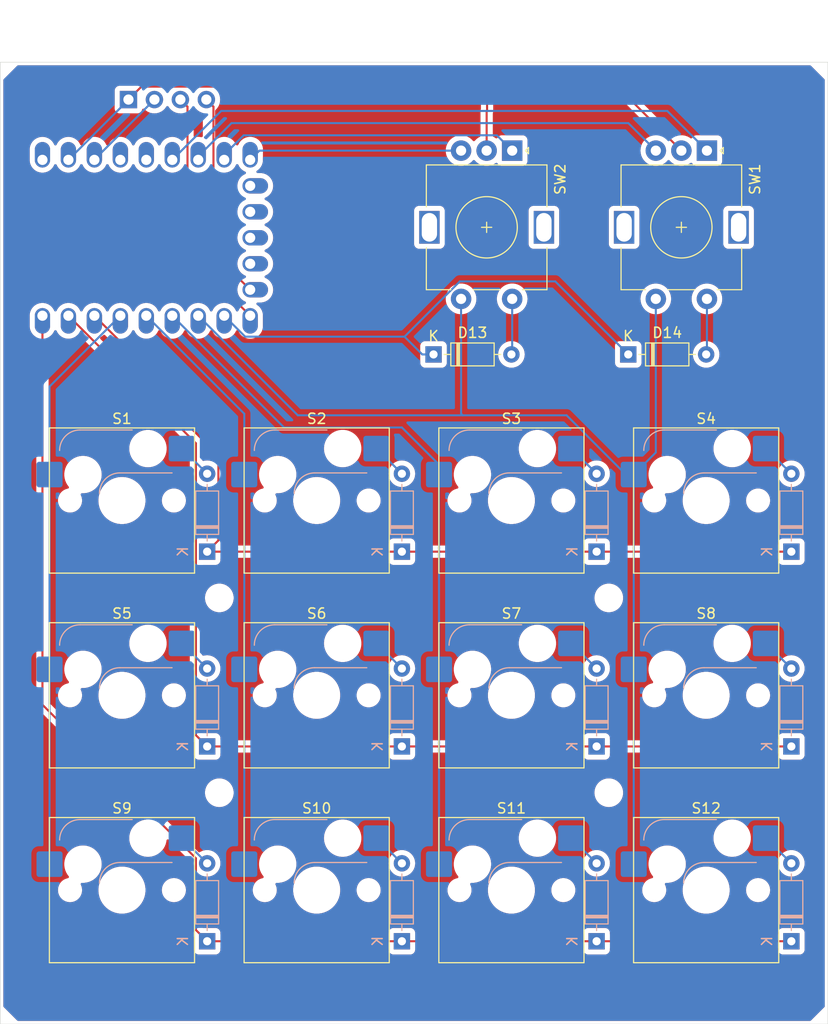
<source format=kicad_pcb>
(kicad_pcb (version 20240108) (generator "pcbnew") (generator_version "8.0")
  (layers (0 "F.Cu" signal) (31 "B.Cu" signal) (34 "B.Paste" user) (35 "F.Paste" user) (36 "B.SilkS" user "B.Silkscreen") (37 "F.SilkS" user "F.Silkscreen") (38 "B.Mask" user) (39 "F.Mask" user) (44 "Edge.Cuts" user))
  (net 0 "")
  (net 1 "Net-(D1-A)")
  (net 2 "Net-(D2-A)")
  (net 3 "Net-(D3-A)")
  (net 4 "Net-(D4-A)")
  (net 5 "Net-(D5-A)")
  (net 6 "Net-(D6-A)")
  (net 7 "Net-(D7-A)")
  (net 8 "Net-(D8-A)")
  (net 9 "Net-(D9-A)")
  (net 10 "Net-(D10-A)")
  (net 11 "Net-(D11-A)")
  (net 12 "Net-(D12-A)")
  (net 13 "Net-(D13-A)")
  (net 14 "Net-(D14-A)")
  (net 16 "Net-(D1-K)")
  (net 17 "Net-(D5-K)")
  (net 18 "Net-(D10-K)")
  (net 19 "Net-(D13-K)")
  (net 20 "Net-(J1-SCL)")
  (net 21 "Net-(J1-VCC)")
  (net 22 "Net-(J1-SDA)")
  (net 23 "Net-(J1-GND)")
  (net 24 "Net-(U1-3)")
  (net 25 "Net-(U1-4)")
  (net 26 "Net-(U1-5)")
  (net 27 "Net-(U1-6)")
  (net 28 "Net-(U1-26)")
  (net 29 "Net-(U1-27)")
  (net 31 "Net-(U1-14)")
  (net 32 "Net-(U1-15)")
  (net 37 "unconnected-(U1-10-Pad11)")
  (footprint "ScottoKeebs_Hotswap:Hotswap_MX_1.00u" (layer "F.Cu") (at 166.17 119.35)
    (property "Reference" "S10" (at 0 -8 0) (layer "F.SilkS"))
    (property "Value" "Keyswitch")
    (pad "" np_thru_hole circle (at -5.08 0) (size 1.75 1.75) (drill 1.75) (layers "*.Cu" "*.Mask"))
    (pad "" np_thru_hole circle (at -3.81 -2.54) (size 3.05 3.05) (drill 3.05) (layers "*.Cu" "*.Mask"))
    (pad "" np_thru_hole circle (at 0 0) (size 4 4) (drill 4) (layers "*.Cu" "*.Mask"))
    (pad "" np_thru_hole circle (at 2.54 -5.08) (size 3.05 3.05) (drill 3.05) (layers "*.Cu" "*.Mask"))
    (pad "" np_thru_hole circle (at 5.08 0) (size 1.75 1.75) (drill 1.75) (layers "*.Cu" "*.Mask"))
    (pad "1" smd roundrect (at -7.085 -2.54) (size 2.55 2.5) (layers "B.Cu" "B.Paste" "B.Mask") (roundrect_rratio 0.1) (net 25 "Net-(U1-4)"))
    (pad "2" smd roundrect (at 5.842 -5.08) (size 2.55 2.5) (layers "B.Cu" "B.Paste" "B.Mask") (roundrect_rratio 0.1) (net 10 "Net-(D10-A)"))
  )
  (footprint "ScottoKeebs_Hotswap:Hotswap_MX_1.00u" (layer "F.Cu") (at 204.27 119.35)
    (property "Reference" "S12" (at 0 -8 0) (layer "F.SilkS"))
    (property "Value" "Keyswitch")
    (pad "" np_thru_hole circle (at -5.08 0) (size 1.75 1.75) (drill 1.75) (layers "*.Cu" "*.Mask"))
    (pad "" np_thru_hole circle (at -3.81 -2.54) (size 3.05 3.05) (drill 3.05) (layers "*.Cu" "*.Mask"))
    (pad "" np_thru_hole circle (at 0 0) (size 4 4) (drill 4) (layers "*.Cu" "*.Mask"))
    (pad "" np_thru_hole circle (at 2.54 -5.08) (size 3.05 3.05) (drill 3.05) (layers "*.Cu" "*.Mask"))
    (pad "" np_thru_hole circle (at 5.08 0) (size 1.75 1.75) (drill 1.75) (layers "*.Cu" "*.Mask"))
    (pad "1" smd roundrect (at -7.085 -2.54) (size 2.55 2.5) (layers "B.Cu" "B.Paste" "B.Mask") (roundrect_rratio 0.1) (net 27 "Net-(U1-6)"))
    (pad "2" smd roundrect (at 5.842 -5.08) (size 2.55 2.5) (layers "B.Cu" "B.Paste" "B.Mask") (roundrect_rratio 0.1) (net 12 "Net-(D12-A)"))
  )
  (footprint "ScottoKeebs_Hotswap:Hotswap_MX_1.00u" (layer "F.Cu") (at 185.22 100.3)
    (property "Reference" "S7" (at 0 -8 0) (layer "F.SilkS"))
    (property "Value" "Keyswitch")
    (pad "" np_thru_hole circle (at -5.08 0) (size 1.75 1.75) (drill 1.75) (layers "*.Cu" "*.Mask"))
    (pad "" np_thru_hole circle (at -3.81 -2.54) (size 3.05 3.05) (drill 3.05) (layers "*.Cu" "*.Mask"))
    (pad "" np_thru_hole circle (at 0 0) (size 4 4) (drill 4) (layers "*.Cu" "*.Mask"))
    (pad "" np_thru_hole circle (at 2.54 -5.08) (size 3.05 3.05) (drill 3.05) (layers "*.Cu" "*.Mask"))
    (pad "" np_thru_hole circle (at 5.08 0) (size 1.75 1.75) (drill 1.75) (layers "*.Cu" "*.Mask"))
    (pad "1" smd roundrect (at -7.085 -2.54) (size 2.55 2.5) (layers "B.Cu" "B.Paste" "B.Mask") (roundrect_rratio 0.1) (net 26 "Net-(U1-5)"))
    (pad "2" smd roundrect (at 5.842 -5.08) (size 2.55 2.5) (layers "B.Cu" "B.Paste" "B.Mask") (roundrect_rratio 0.1) (net 7 "Net-(D7-A)"))
  )
  (footprint "MountingHole:MountingHole_2.2mm_M2" (layer "F.Cu") (at 194.745 90.775)
    (property "Reference" "H3" (hide yes))
    (property "Value" "MountingHole" (hide yes))
    (pad "" np_thru_hole circle (at 0 0) (size 2.2 2.2) (drill 2.2) (layers "*.Cu" "*.Mask"))
  )
  (footprint "MountingHole:MountingHole_2.2mm_M2" (layer "F.Cu") (at 156.645 109.825)
    (property "Reference" "H2" (hide yes))
    (property "Value" "MountingHole" (hide yes))
    (pad "" np_thru_hole circle (at 0 0) (size 2.2 2.2) (drill 2.2) (layers "*.Cu" "*.Mask"))
  )
  (footprint "ScottoKeebs_Components:Diode_DO-35" (layer "F.Cu") (at 196.65 66.9625)
    (property "Reference" "D14" (at 3.81 -2.12 0) (layer "F.SilkS"))
    (property "Value" "Diode")
    (fp_text user "K" (at 0 -1.8 0) (layer "F.SilkS"))
    (pad "1" thru_hole rect (at 0 0) (size 1.6 1.6) (drill 0.8) (layers "*.Cu" "*.Mask") (net 19 "Net-(D13-K)"))
    (pad "2" thru_hole oval (at 7.62 0) (size 1.6 1.6) (drill 0.8) (layers "*.Cu" "*.Mask") (net 14 "Net-(D14-A)"))
  )
  (footprint "Rotary_Encoder:RotaryEncoder_Alps_EC11E-Switch_Vertical_H20mm" (layer "F.Cu") (at 185.295 47.03125 -90)
    (property "Reference" "SW2" (at 2.8 -4.7 90) (layer "F.SilkS"))
    (property "Value" "RotaryEncoder_Switch")
    (pad "A" thru_hole rect (at 0 0 270) (size 2 2) (drill 1) (layers "*.Cu" "*.Mask") (net 32 "Net-(U1-15)"))
    (pad "B" thru_hole circle (at 0 5 270) (size 2 2) (drill 1) (layers "*.Cu" "*.Mask") (net 31 "Net-(U1-14)"))
    (pad "C" thru_hole circle (at 0 2.5 270) (size 2 2) (drill 1) (layers "*.Cu" "*.Mask") (net 23 "Net-(J1-GND)"))
    (pad "MP" thru_hole rect (at 7.5 -3.1 270) (size 3.2 2) (drill oval 2.8 1.5) (layers "*.Cu" "*.Mask"))
    (pad "MP" thru_hole rect (at 7.5 8.1 270) (size 3.2 2) (drill oval 2.8 1.5) (layers "*.Cu" "*.Mask"))
    (pad "S1" thru_hole circle (at 14.5 5 270) (size 2 2) (drill 1) (layers "*.Cu" "*.Mask") (net 27 "Net-(U1-6)"))
    (pad "S2" thru_hole circle (at 14.5 0 270) (size 2 2) (drill 1) (layers "*.Cu" "*.Mask") (net 13 "Net-(D13-A)"))
  )
  (footprint "ScottoKeebs_Components:OLED_128x64" (layer "F.Cu") (at 151.565 42.03875)
    (property "Reference" "J1" (hide yes))
    (property "Value" "OLED_128x64")
    (pad "1" thru_hole rect (at -3.81 0 90) (size 1.7 1.7) (drill 1) (layers "*.Cu" "*.Mask") (net 23 "Net-(J1-GND)"))
    (pad "2" thru_hole oval (at -1.27 0 90) (size 1.7 1.7) (drill 1) (layers "*.Cu" "*.Mask") (net 21 "Net-(J1-VCC)"))
    (pad "3" thru_hole oval (at 1.27 0 90) (size 1.7 1.7) (drill 1) (layers "*.Cu" "*.Mask") (net 20 "Net-(J1-SCL)"))
    (pad "4" thru_hole oval (at 3.81 0 90) (size 1.7 1.7) (drill 1) (layers "*.Cu" "*.Mask") (net 22 "Net-(J1-SDA)"))
  )
  (footprint "ScottoKeebs_Hotswap:Hotswap_MX_1.00u" (layer "F.Cu") (at 147.12 81.25)
    (property "Reference" "S1" (at 0 -8 0) (layer "F.SilkS"))
    (property "Value" "Keyswitch")
    (pad "" np_thru_hole circle (at -5.08 0) (size 1.75 1.75) (drill 1.75) (layers "*.Cu" "*.Mask"))
    (pad "" np_thru_hole circle (at -3.81 -2.54) (size 3.05 3.05) (drill 3.05) (layers "*.Cu" "*.Mask"))
    (pad "" np_thru_hole circle (at 0 0) (size 4 4) (drill 4) (layers "*.Cu" "*.Mask"))
    (pad "" np_thru_hole circle (at 2.54 -5.08) (size 3.05 3.05) (drill 3.05) (layers "*.Cu" "*.Mask"))
    (pad "" np_thru_hole circle (at 5.08 0) (size 1.75 1.75) (drill 1.75) (layers "*.Cu" "*.Mask"))
    (pad "1" smd roundrect (at -7.085 -2.54) (size 2.55 2.5) (layers "B.Cu" "B.Paste" "B.Mask") (roundrect_rratio 0.1) (net 24 "Net-(U1-3)"))
    (pad "2" smd roundrect (at 5.842 -5.08) (size 2.55 2.5) (layers "B.Cu" "B.Paste" "B.Mask") (roundrect_rratio 0.1) (net 1 "Net-(D1-A)"))
  )
  (footprint "ScottoKeebs_Hotswap:Hotswap_MX_1.00u" (layer "F.Cu") (at 147.12 100.3)
    (property "Reference" "S5" (at 0 -8 0) (layer "F.SilkS"))
    (property "Value" "Keyswitch")
    (pad "" np_thru_hole circle (at -5.08 0) (size 1.75 1.75) (drill 1.75) (layers "*.Cu" "*.Mask"))
    (pad "" np_thru_hole circle (at -3.81 -2.54) (size 3.05 3.05) (drill 3.05) (layers "*.Cu" "*.Mask"))
    (pad "" np_thru_hole circle (at 0 0) (size 4 4) (drill 4) (layers "*.Cu" "*.Mask"))
    (pad "" np_thru_hole circle (at 2.54 -5.08) (size 3.05 3.05) (drill 3.05) (layers "*.Cu" "*.Mask"))
    (pad "" np_thru_hole circle (at 5.08 0) (size 1.75 1.75) (drill 1.75) (layers "*.Cu" "*.Mask"))
    (pad "1" smd roundrect (at -7.085 -2.54) (size 2.55 2.5) (layers "B.Cu" "B.Paste" "B.Mask") (roundrect_rratio 0.1) (net 24 "Net-(U1-3)"))
    (pad "2" smd roundrect (at 5.842 -5.08) (size 2.55 2.5) (layers "B.Cu" "B.Paste" "B.Mask") (roundrect_rratio 0.1) (net 5 "Net-(D5-A)"))
  )
  (footprint "ScottoKeebs_Hotswap:Hotswap_MX_1.00u" (layer "F.Cu") (at 204.27 81.25)
    (property "Reference" "S4" (at 0 -8 0) (layer "F.SilkS"))
    (property "Value" "Keyswitch")
    (pad "" np_thru_hole circle (at -5.08 0) (size 1.75 1.75) (drill 1.75) (layers "*.Cu" "*.Mask"))
    (pad "" np_thru_hole circle (at -3.81 -2.54) (size 3.05 3.05) (drill 3.05) (layers "*.Cu" "*.Mask"))
    (pad "" np_thru_hole circle (at 0 0) (size 4 4) (drill 4) (layers "*.Cu" "*.Mask"))
    (pad "" np_thru_hole circle (at 2.54 -5.08) (size 3.05 3.05) (drill 3.05) (layers "*.Cu" "*.Mask"))
    (pad "" np_thru_hole circle (at 5.08 0) (size 1.75 1.75) (drill 1.75) (layers "*.Cu" "*.Mask"))
    (pad "1" smd roundrect (at -7.085 -2.54) (size 2.55 2.5) (layers "B.Cu" "B.Paste" "B.Mask") (roundrect_rratio 0.1) (net 27 "Net-(U1-6)"))
    (pad "2" smd roundrect (at 5.842 -5.08) (size 2.55 2.5) (layers "B.Cu" "B.Paste" "B.Mask") (roundrect_rratio 0.1) (net 4 "Net-(D4-A)"))
  )
  (footprint "ScottoKeebs_Hotswap:Hotswap_MX_1.00u" (layer "F.Cu") (at 185.22 81.25)
    (property "Reference" "S3" (at 0 -8 0) (layer "F.SilkS"))
    (property "Value" "Keyswitch")
    (pad "" np_thru_hole circle (at -5.08 0) (size 1.75 1.75) (drill 1.75) (layers "*.Cu" "*.Mask"))
    (pad "" np_thru_hole circle (at -3.81 -2.54) (size 3.05 3.05) (drill 3.05) (layers "*.Cu" "*.Mask"))
    (pad "" np_thru_hole circle (at 0 0) (size 4 4) (drill 4) (layers "*.Cu" "*.Mask"))
    (pad "" np_thru_hole circle (at 2.54 -5.08) (size 3.05 3.05) (drill 3.05) (layers "*.Cu" "*.Mask"))
    (pad "" np_thru_hole circle (at 5.08 0) (size 1.75 1.75) (drill 1.75) (layers "*.Cu" "*.Mask"))
    (pad "1" smd roundrect (at -7.085 -2.54) (size 2.55 2.5) (layers "B.Cu" "B.Paste" "B.Mask") (roundrect_rratio 0.1) (net 26 "Net-(U1-5)"))
    (pad "2" smd roundrect (at 5.842 -5.08) (size 2.55 2.5) (layers "B.Cu" "B.Paste" "B.Mask") (roundrect_rratio 0.1) (net 3 "Net-(D3-A)"))
  )
  (footprint "ScottoKeebs_Components:Diode_DO-35" (layer "F.Cu") (at 177.6 66.9625)
    (property "Reference" "D13" (at 3.81 -2.12 0) (layer "F.SilkS"))
    (property "Value" "Diode")
    (fp_text user "K" (at 0 -1.8 0) (layer "F.SilkS"))
    (pad "1" thru_hole rect (at 0 0) (size 1.6 1.6) (drill 0.8) (layers "*.Cu" "*.Mask") (net 19 "Net-(D13-K)"))
    (pad "2" thru_hole oval (at 7.62 0) (size 1.6 1.6) (drill 0.8) (layers "*.Cu" "*.Mask") (net 13 "Net-(D13-A)"))
  )
  (footprint "ScottoKeebs_Hotswap:Hotswap_MX_1.00u" (layer "F.Cu") (at 147.12 119.35)
    (property "Reference" "S9" (at 0 -8 0) (layer "F.SilkS"))
    (property "Value" "Keyswitch")
    (pad "" np_thru_hole circle (at -5.08 0) (size 1.75 1.75) (drill 1.75) (layers "*.Cu" "*.Mask"))
    (pad "" np_thru_hole circle (at -3.81 -2.54) (size 3.05 3.05) (drill 3.05) (layers "*.Cu" "*.Mask"))
    (pad "" np_thru_hole circle (at 0 0) (size 4 4) (drill 4) (layers "*.Cu" "*.Mask"))
    (pad "" np_thru_hole circle (at 2.54 -5.08) (size 3.05 3.05) (drill 3.05) (layers "*.Cu" "*.Mask"))
    (pad "" np_thru_hole circle (at 5.08 0) (size 1.75 1.75) (drill 1.75) (layers "*.Cu" "*.Mask"))
    (pad "1" smd roundrect (at -7.085 -2.54) (size 2.55 2.5) (layers "B.Cu" "B.Paste" "B.Mask") (roundrect_rratio 0.1) (net 24 "Net-(U1-3)"))
    (pad "2" smd roundrect (at 5.842 -5.08) (size 2.55 2.5) (layers "B.Cu" "B.Paste" "B.Mask") (roundrect_rratio 0.1) (net 9 "Net-(D9-A)"))
  )
  (footprint "ScottoKeebs_Hotswap:Hotswap_MX_1.00u" (layer "F.Cu") (at 204.27 100.3)
    (property "Reference" "S8" (at 0 -8 0) (layer "F.SilkS"))
    (property "Value" "Keyswitch")
    (pad "" np_thru_hole circle (at -5.08 0) (size 1.75 1.75) (drill 1.75) (layers "*.Cu" "*.Mask"))
    (pad "" np_thru_hole circle (at -3.81 -2.54) (size 3.05 3.05) (drill 3.05) (layers "*.Cu" "*.Mask"))
    (pad "" np_thru_hole circle (at 0 0) (size 4 4) (drill 4) (layers "*.Cu" "*.Mask"))
    (pad "" np_thru_hole circle (at 2.54 -5.08) (size 3.05 3.05) (drill 3.05) (layers "*.Cu" "*.Mask"))
    (pad "" np_thru_hole circle (at 5.08 0) (size 1.75 1.75) (drill 1.75) (layers "*.Cu" "*.Mask"))
    (pad "1" smd roundrect (at -7.085 -2.54) (size 2.55 2.5) (layers "B.Cu" "B.Paste" "B.Mask") (roundrect_rratio 0.1) (net 27 "Net-(U1-6)"))
    (pad "2" smd roundrect (at 5.842 -5.08) (size 2.55 2.5) (layers "B.Cu" "B.Paste" "B.Mask") (roundrect_rratio 0.1) (net 8 "Net-(D8-A)"))
  )
  (footprint "ScottoKeebs_Hotswap:Hotswap_MX_1.00u" (layer "F.Cu") (at 185.22 119.35)
    (property "Reference" "S11" (at 0 -8 0) (layer "F.SilkS"))
    (property "Value" "Keyswitch")
    (pad "" np_thru_hole circle (at -5.08 0) (size 1.75 1.75) (drill 1.75) (layers "*.Cu" "*.Mask"))
    (pad "" np_thru_hole circle (at -3.81 -2.54) (size 3.05 3.05) (drill 3.05) (layers "*.Cu" "*.Mask"))
    (pad "" np_thru_hole circle (at 0 0) (size 4 4) (drill 4) (layers "*.Cu" "*.Mask"))
    (pad "" np_thru_hole circle (at 2.54 -5.08) (size 3.05 3.05) (drill 3.05) (layers "*.Cu" "*.Mask"))
    (pad "" np_thru_hole circle (at 5.08 0) (size 1.75 1.75) (drill 1.75) (layers "*.Cu" "*.Mask"))
    (pad "1" smd roundrect (at -7.085 -2.54) (size 2.55 2.5) (layers "B.Cu" "B.Paste" "B.Mask") (roundrect_rratio 0.1) (net 26 "Net-(U1-5)"))
    (pad "2" smd roundrect (at 5.842 -5.08) (size 2.55 2.5) (layers "B.Cu" "B.Paste" "B.Mask") (roundrect_rratio 0.1) (net 11 "Net-(D11-A)"))
  )
  (footprint "MountingHole:MountingHole_2.2mm_M2" (layer "F.Cu") (at 156.645 90.775)
    (property "Reference" "H4" (hide yes))
    (property "Value" "MountingHole" (hide yes))
    (pad "" np_thru_hole circle (at 0 0) (size 2.2 2.2) (drill 2.2) (layers "*.Cu" "*.Mask"))
  )
  (footprint "MountingHole:MountingHole_2.2mm_M2" (layer "F.Cu") (at 194.745 109.825)
    (property "Reference" "H1" (hide yes))
    (property "Value" "MountingHole" (hide yes))
    (pad "" np_thru_hole circle (at 0 0) (size 2.2 2.2) (drill 2.2) (layers "*.Cu" "*.Mask"))
  )
  (footprint "Rotary_Encoder:RotaryEncoder_Alps_EC11E-Switch_Vertical_H20mm" (layer "F.Cu") (at 204.345 47.03125 -90)
    (property "Reference" "SW1" (at 2.8 -4.7 90) (layer "F.SilkS"))
    (property "Value" "RotaryEncoder_Switch")
    (pad "A" thru_hole rect (at 0 0 270) (size 2 2) (drill 1) (layers "*.Cu" "*.Mask") (net 29 "Net-(U1-27)"))
    (pad "B" thru_hole circle (at 0 5 270) (size 2 2) (drill 1) (layers "*.Cu" "*.Mask") (net 28 "Net-(U1-26)"))
    (pad "C" thru_hole circle (at 0 2.5 270) (size 2 2) (drill 1) (layers "*.Cu" "*.Mask") (net 23 "Net-(J1-GND)"))
    (pad "MP" thru_hole rect (at 7.5 -3.1 270) (size 3.2 2) (drill oval 2.8 1.5) (layers "*.Cu" "*.Mask"))
    (pad "MP" thru_hole rect (at 7.5 8.1 270) (size 3.2 2) (drill oval 2.8 1.5) (layers "*.Cu" "*.Mask"))
    (pad "S1" thru_hole circle (at 14.5 5 270) (size 2 2) (drill 1) (layers "*.Cu" "*.Mask") (net 27 "Net-(U1-6)"))
    (pad "S2" thru_hole circle (at 14.5 0 270) (size 2 2) (drill 1) (layers "*.Cu" "*.Mask") (net 14 "Net-(D14-A)"))
  )
  (footprint "ScottoKeebs_Hotswap:Hotswap_MX_1.00u" (layer "F.Cu") (at 166.17 81.25)
    (property "Reference" "S2" (at 0 -8 0) (layer "F.SilkS"))
    (property "Value" "Keyswitch")
    (pad "" np_thru_hole circle (at -5.08 0) (size 1.75 1.75) (drill 1.75) (layers "*.Cu" "*.Mask"))
    (pad "" np_thru_hole circle (at -3.81 -2.54) (size 3.05 3.05) (drill 3.05) (layers "*.Cu" "*.Mask"))
    (pad "" np_thru_hole circle (at 0 0) (size 4 4) (drill 4) (layers "*.Cu" "*.Mask"))
    (pad "" np_thru_hole circle (at 2.54 -5.08) (size 3.05 3.05) (drill 3.05) (layers "*.Cu" "*.Mask"))
    (pad "" np_thru_hole circle (at 5.08 0) (size 1.75 1.75) (drill 1.75) (layers "*.Cu" "*.Mask"))
    (pad "1" smd roundrect (at -7.085 -2.54) (size 2.55 2.5) (layers "B.Cu" "B.Paste" "B.Mask") (roundrect_rratio 0.1) (net 25 "Net-(U1-4)"))
    (pad "2" smd roundrect (at 5.842 -5.08) (size 2.55 2.5) (layers "B.Cu" "B.Paste" "B.Mask") (roundrect_rratio 0.1) (net 2 "Net-(D2-A)"))
  )
  (footprint "ScottoKeebs_Hotswap:Hotswap_MX_1.00u" (layer "F.Cu") (at 166.17 100.3)
    (property "Reference" "S6" (at 0 -8 0) (layer "F.SilkS"))
    (property "Value" "Keyswitch")
    (pad "" np_thru_hole circle (at -5.08 0) (size 1.75 1.75) (drill 1.75) (layers "*.Cu" "*.Mask"))
    (pad "" np_thru_hole circle (at -3.81 -2.54) (size 3.05 3.05) (drill 3.05) (layers "*.Cu" "*.Mask"))
    (pad "" np_thru_hole circle (at 0 0) (size 4 4) (drill 4) (layers "*.Cu" "*.Mask"))
    (pad "" np_thru_hole circle (at 2.54 -5.08) (size 3.05 3.05) (drill 3.05) (layers "*.Cu" "*.Mask"))
    (pad "" np_thru_hole circle (at 5.08 0) (size 1.75 1.75) (drill 1.75) (layers "*.Cu" "*.Mask"))
    (pad "1" smd roundrect (at -7.085 -2.54) (size 2.55 2.5) (layers "B.Cu" "B.Paste" "B.Mask") (roundrect_rratio 0.1) (net 25 "Net-(U1-4)"))
    (pad "2" smd roundrect (at 5.842 -5.08) (size 2.55 2.5) (layers "B.Cu" "B.Paste" "B.Mask") (roundrect_rratio 0.1) (net 6 "Net-(D6-A)"))
  )
  (footprint "ScottoKeebs_Components:Diode_DO-35" (layer "B.Cu") (at 174.504375 124.350625 90)
    (property "Reference" "D10" (hide yes))
    (property "Value" "Diode")
    (fp_text user "K" (at 0 -2.38125 -90) (layer "B.SilkS") (effects (justify mirror)))
    (pad "1" thru_hole rect (at 0 0 90) (size 1.6 1.6) (drill 0.8) (layers "*.Cu" "*.Mask") (net 18 "Net-(D10-K)"))
    (pad "2" thru_hole oval (at 7.62 0 90) (size 1.6 1.6) (drill 0.8) (layers "*.Cu" "*.Mask") (net 10 "Net-(D10-A)"))
  )
  (footprint "ScottoKeebs_Components:Diode_DO-35" (layer "B.Cu") (at 155.454375 124.350625 90)
    (property "Reference" "D9" (hide yes))
    (property "Value" "Diode")
    (fp_text user "K" (at 0 -2.38125 -90) (layer "B.SilkS") (effects (justify mirror)))
    (pad "1" thru_hole rect (at 0 0 90) (size 1.6 1.6) (drill 0.8) (layers "*.Cu" "*.Mask") (net 18 "Net-(D10-K)"))
    (pad "2" thru_hole oval (at 7.62 0 90) (size 1.6 1.6) (drill 0.8) (layers "*.Cu" "*.Mask") (net 9 "Net-(D9-A)"))
  )
  (footprint "ScottoKeebs_Components:Diode_DO-35" (layer "B.Cu") (at 193.554375 86.250625 90)
    (property "Reference" "D3" (hide yes))
    (property "Value" "Diode")
    (fp_text user "K" (at 0 -2.38125 -90) (layer "B.SilkS") (effects (justify mirror)))
    (pad "1" thru_hole rect (at 0 0 90) (size 1.6 1.6) (drill 0.8) (layers "*.Cu" "*.Mask") (net 16 "Net-(D1-K)"))
    (pad "2" thru_hole oval (at 7.62 0 90) (size 1.6 1.6) (drill 0.8) (layers "*.Cu" "*.Mask") (net 3 "Net-(D3-A)"))
  )
  (footprint "ScottoKeebs_Components:Diode_DO-35" (layer "B.Cu") (at 174.504375 105.300625 90)
    (property "Reference" "D6" (hide yes))
    (property "Value" "Diode")
    (fp_text user "K" (at 0 -2.38125 -90) (layer "B.SilkS") (effects (justify mirror)))
    (pad "1" thru_hole rect (at 0 0 90) (size 1.6 1.6) (drill 0.8) (layers "*.Cu" "*.Mask") (net 17 "Net-(D5-K)"))
    (pad "2" thru_hole oval (at 7.62 0 90) (size 1.6 1.6) (drill 0.8) (layers "*.Cu" "*.Mask") (net 6 "Net-(D6-A)"))
  )
  (footprint "ScottoKeebs_Components:Diode_DO-35" (layer "B.Cu") (at 174.504375 86.250625 90)
    (property "Reference" "D2" (hide yes))
    (property "Value" "Diode")
    (fp_text user "K" (at 0 -2.38125 -90) (layer "B.SilkS") (effects (justify mirror)))
    (pad "1" thru_hole rect (at 0 0 90) (size 1.6 1.6) (drill 0.8) (layers "*.Cu" "*.Mask") (net 16 "Net-(D1-K)"))
    (pad "2" thru_hole oval (at 7.62 0 90) (size 1.6 1.6) (drill 0.8) (layers "*.Cu" "*.Mask") (net 2 "Net-(D2-A)"))
  )
  (footprint "ScottoKeebs_Components:Diode_DO-35" (layer "B.Cu") (at 193.554375 124.350625 90)
    (property "Reference" "D11" (hide yes))
    (property "Value" "Diode")
    (fp_text user "K" (at 0 -2.38125 -90) (layer "B.SilkS") (effects (justify mirror)))
    (pad "1" thru_hole rect (at 0 0 90) (size 1.6 1.6) (drill 0.8) (layers "*.Cu" "*.Mask") (net 18 "Net-(D10-K)"))
    (pad "2" thru_hole oval (at 7.62 0 90) (size 1.6 1.6) (drill 0.8) (layers "*.Cu" "*.Mask") (net 11 "Net-(D11-A)"))
  )
  (footprint "ScottoKeebs_Components:Diode_DO-35" (layer "B.Cu") (at 212.604375 105.300625 90)
    (property "Reference" "D8" (hide yes))
    (property "Value" "Diode")
    (fp_text user "K" (at 0 -2.38125 -90) (layer "B.SilkS") (effects (justify mirror)))
    (pad "1" thru_hole rect (at 0 0 90) (size 1.6 1.6) (drill 0.8) (layers "*.Cu" "*.Mask") (net 17 "Net-(D5-K)"))
    (pad "2" thru_hole oval (at 7.62 0 90) (size 1.6 1.6) (drill 0.8) (layers "*.Cu" "*.Mask") (net 8 "Net-(D8-A)"))
  )
  (footprint "ScottoKeebs_Components:Diode_DO-35" (layer "B.Cu") (at 212.604375 86.250625 90)
    (property "Reference" "D4" (hide yes))
    (property "Value" "Diode")
    (fp_text user "K" (at 0 -2.38125 -90) (layer "B.SilkS") (effects (justify mirror)))
    (pad "1" thru_hole rect (at 0 0 90) (size 1.6 1.6) (drill 0.8) (layers "*.Cu" "*.Mask") (net 16 "Net-(D1-K)"))
    (pad "2" thru_hole oval (at 7.62 0 90) (size 1.6 1.6) (drill 0.8) (layers "*.Cu" "*.Mask") (net 4 "Net-(D4-A)"))
  )
  (footprint "ScottoKeebs_Components:Diode_DO-35" (layer "B.Cu") (at 193.554375 105.300625 90)
    (property "Reference" "D7" (hide yes))
    (property "Value" "Diode")
    (fp_text user "K" (at 0 -2.38125 -90) (layer "B.SilkS") (effects (justify mirror)))
    (pad "1" thru_hole rect (at 0 0 90) (size 1.6 1.6) (drill 0.8) (layers "*.Cu" "*.Mask") (net 17 "Net-(D5-K)"))
    (pad "2" thru_hole oval (at 7.62 0 90) (size 1.6 1.6) (drill 0.8) (layers "*.Cu" "*.Mask") (net 7 "Net-(D7-A)"))
  )
  (footprint "ScottoKeebs_MCU:RP2040_Zero" (layer "B.Cu") (at 149.50125 55.55625 -90)
    (property "Reference" "U1" (hide yes))
    (property "Value" "RP2040_Zero" (hide yes))
    (pad "1" thru_hole oval (at 7.62 10.16 90) (size 2.5 1.5) (drill 1 (offset -0.5 0)) (layers "*.Cu" "*.Mask") (net 18 "Net-(D10-K)"))
    (pad "2" thru_hole oval (at 7.62 7.62 90) (size 2.5 1.5) (drill 1 (offset -0.5 0)) (layers "*.Cu" "*.Mask") (net 17 "Net-(D5-K)"))
    (pad "3" thru_hole oval (at 7.62 5.08 90) (size 2.5 1.5) (drill 1 (offset -0.5 0)) (layers "*.Cu" "*.Mask") (net 16 "Net-(D1-K)"))
    (pad "4" thru_hole oval (at 7.62 2.54 90) (size 2.5 1.5) (drill 1 (offset -0.5 0)) (layers "*.Cu" "*.Mask") (net 24 "Net-(U1-3)"))
    (pad "5" thru_hole oval (at 7.62 0 90) (size 2.5 1.5) (drill 1 (offset -0.5 0)) (layers "*.Cu" "*.Mask") (net 25 "Net-(U1-4)"))
    (pad "6" thru_hole oval (at 7.62 -2.54 90) (size 2.5 1.5) (drill 1 (offset -0.5 0)) (layers "*.Cu" "*.Mask") (net 26 "Net-(U1-5)"))
    (pad "7" thru_hole oval (at 7.62 -5.08 90) (size 2.5 1.5) (drill 1 (offset -0.5 0)) (layers "*.Cu" "*.Mask") (net 27 "Net-(U1-6)"))
    (pad "8" thru_hole oval (at 7.62 -7.62 90) (size 2.5 1.5) (drill 1 (offset -0.5 0)) (layers "*.Cu" "*.Mask") (net 19 "Net-(D13-K)"))
    (pad "9" thru_hole oval (at 7.62 -10.16 90) (size 2.5 1.5) (drill 1 (offset -0.5 0)) (layers "*.Cu" "*.Mask") (net 20 "Net-(J1-SCL)"))
    (pad "10" thru_hole oval (at 5.08 -10.16 180) (size 2.5 1.5) (drill 1 (offset -0.5 0)) (layers "*.Cu" "*.Mask") (net 22 "Net-(J1-SDA)"))
    (pad "11" thru_hole oval (at 2.54 -10.16 180) (size 2.5 1.5) (drill 1 (offset -0.5 0)) (layers "*.Cu" "*.Mask") (net 37 "unconnected-(U1-10-Pad11)"))
    (pad "12" thru_hole oval (at 0 -10.16 180) (size 2.5 1.5) (drill 1 (offset -0.5 0)) (layers "*.Cu" "*.Mask"))
    (pad "13" thru_hole oval (at -2.54 -10.16 180) (size 2.5 1.5) (drill 1 (offset -0.5 0)) (layers "*.Cu" "*.Mask"))
    (pad "14" thru_hole oval (at -5.08 -10.16 180) (size 2.5 1.5) (drill 1 (offset -0.5 0)) (layers "*.Cu" "*.Mask"))
    (pad "15" thru_hole oval (at -7.62 -10.16 270) (size 2.5 1.5) (drill 1 (offset -0.5 0)) (layers "*.Cu" "*.Mask") (net 31 "Net-(U1-14)"))
    (pad "16" thru_hole oval (at -7.62 -7.62 270) (size 2.5 1.5) (drill 1 (offset -0.5 0)) (layers "*.Cu" "*.Mask") (net 32 "Net-(U1-15)"))
    (pad "17" thru_hole oval (at -7.62 -5.08 270) (size 2.5 1.5) (drill 1 (offset -0.5 0)) (layers "*.Cu" "*.Mask") (net 28 "Net-(U1-26)"))
    (pad "18" thru_hole oval (at -7.62 -2.54 270) (size 2.5 1.5) (drill 1 (offset -0.5 0)) (layers "*.Cu" "*.Mask") (net 29 "Net-(U1-27)"))
    (pad "19" thru_hole oval (at -7.62 0 270) (size 2.5 1.5) (drill 1 (offset -0.5 0)) (layers "*.Cu" "*.Mask"))
    (pad "20" thru_hole oval (at -7.62 2.54 270) (size 2.5 1.5) (drill 1 (offset -0.5 0)) (layers "*.Cu" "*.Mask"))
    (pad "21" thru_hole oval (at -7.62 5.08 270) (size 2.5 1.5) (drill 1 (offset -0.5 0)) (layers "*.Cu" "*.Mask") (net 21 "Net-(J1-VCC)"))
    (pad "22" thru_hole oval (at -7.62 7.62 270) (size 2.5 1.5) (drill 1 (offset -0.5 0)) (layers "*.Cu" "*.Mask") (net 23 "Net-(J1-GND)"))
    (pad "23" thru_hole oval (at -7.62 10.16 270) (size 2.5 1.5) (drill 1 (offset -0.5 0)) (layers "*.Cu" "*.Mask"))
  )
  (footprint "ScottoKeebs_Components:Diode_DO-35" (layer "B.Cu") (at 155.454375 105.300625 90)
    (property "Reference" "D5" (hide yes))
    (property "Value" "Diode")
    (fp_text user "K" (at 0 -2.38125 -90) (layer "B.SilkS") (effects (justify mirror)))
    (pad "1" thru_hole rect (at 0 0 90) (size 1.6 1.6) (drill 0.8) (layers "*.Cu" "*.Mask") (net 17 "Net-(D5-K)"))
    (pad "2" thru_hole oval (at 7.62 0 90) (size 1.6 1.6) (drill 0.8) (layers "*.Cu" "*.Mask") (net 5 "Net-(D5-A)"))
  )
  (footprint "ScottoKeebs_Components:Diode_DO-35" (layer "B.Cu") (at 155.454375 86.250625 90)
    (property "Reference" "D1" (hide yes))
    (property "Value" "Diode")
    (fp_text user "K" (at 0 -2.38125 -90) (layer "B.SilkS") (effects (justify mirror)))
    (pad "1" thru_hole rect (at 0 0 90) (size 1.6 1.6) (drill 0.8) (layers "*.Cu" "*.Mask") (net 16 "Net-(D1-K)"))
    (pad "2" thru_hole oval (at 7.62 0 90) (size 1.6 1.6) (drill 0.8) (layers "*.Cu" "*.Mask") (net 1 "Net-(D1-A)"))
  )
  (footprint "ScottoKeebs_Components:Diode_DO-35" (layer "B.Cu") (at 212.604375 124.350625 90)
    (property "Reference" "D12" (hide yes))
    (property "Value" "Diode")
    (fp_text user "K" (at 0 -2.38125 -90) (layer "B.SilkS") (effects (justify mirror)))
    (pad "1" thru_hole rect (at 0 0 90) (size 1.6 1.6) (drill 0.8) (layers "*.Cu" "*.Mask") (net 18 "Net-(D10-K)"))
    (pad "2" thru_hole oval (at 7.62 0 90) (size 1.6 1.6) (drill 0.8) (layers "*.Cu" "*.Mask") (net 12 "Net-(D12-A)"))
  )
  (gr_rect (start 135.21375 38.3875) (end 216.17625 132.446875) (stroke (width 0.05)) (fill none) (layer "Edge.Cuts"))
  (segment (start 152.962 76.17) (end 152.99375 76.17) (width 0.2) (layer "B.Cu") (net 1))
  (segment (start 152.99375 76.17) (end 155.454375 78.630625) (width 0.2) (layer "B.Cu") (net 1))
  (segment (start 172.04375 76.17) (end 174.504375 78.630625) (width 0.2) (layer "B.Cu") (net 2))
  (segment (start 172.012 76.17) (end 172.04375 76.17) (width 0.2) (layer "B.Cu") (net 2))
  (segment (start 191.09375 76.17) (end 193.554375 78.630625) (width 0.2) (layer "B.Cu") (net 3))
  (segment (start 191.062 76.17) (end 191.09375 76.17) (width 0.2) (layer "B.Cu") (net 3))
  (segment (start 210.14375 76.17) (end 212.604375 78.630625) (width 0.2) (layer "B.Cu") (net 4))
  (segment (start 210.112 76.17) (end 210.14375 76.17) (width 0.2) (layer "B.Cu") (net 4))
  (segment (start 152.99375 95.22) (end 155.454375 97.680625) (width 0.2) (layer "B.Cu") (net 5))
  (segment (start 152.962 95.22) (end 152.99375 95.22) (width 0.2) (layer "B.Cu") (net 5))
  (segment (start 172.012 95.22) (end 172.04375 95.22) (width 0.2) (layer "B.Cu") (net 6))
  (segment (start 172.04375 95.22) (end 174.504375 97.680625) (width 0.2) (layer "B.Cu") (net 6))
  (segment (start 191.09375 95.22) (end 193.554375 97.680625) (width 0.2) (layer "B.Cu") (net 7))
  (segment (start 191.062 95.22) (end 191.09375 95.22) (width 0.2) (layer "B.Cu") (net 7))
  (segment (start 210.112 95.22) (end 210.14375 95.22) (width 0.2) (layer "B.Cu") (net 8))
  (segment (start 210.14375 95.22) (end 212.604375 97.680625) (width 0.2) (layer "B.Cu") (net 8))
  (segment (start 152.99375 114.27) (end 155.454375 116.730625) (width 0.2) (layer "B.Cu") (net 9))
  (segment (start 152.962 114.27) (end 152.99375 114.27) (width 0.2) (layer "B.Cu") (net 9))
  (segment (start 172.012 114.27) (end 172.04375 114.27) (width 0.2) (layer "B.Cu") (net 10))
  (segment (start 172.04375 114.27) (end 174.504375 116.730625) (width 0.2) (layer "B.Cu") (net 10))
  (segment (start 191.062 114.27) (end 191.09375 114.27) (width 0.2) (layer "B.Cu") (net 11))
  (segment (start 191.09375 114.27) (end 193.554375 116.730625) (width 0.2) (layer "B.Cu") (net 11))
  (segment (start 210.112 114.27) (end 210.14375 114.27) (width 0.2) (layer "B.Cu") (net 12))
  (segment (start 210.14375 114.27) (end 212.604375 116.730625) (width 0.2) (layer "B.Cu") (net 12))
  (segment (start 185.295 66.8875) (end 185.22 66.9625) (width 0.2) (layer "B.Cu") (net 13))
  (segment (start 185.295 61.53125) (end 185.295 66.8875) (width 0.2) (layer "B.Cu") (net 13))
  (segment (start 204.345 66.8875) (end 204.27 66.9625) (width 0.2) (layer "B.Cu") (net 14))
  (segment (start 204.345 61.53125) (end 204.345 66.8875) (width 0.2) (layer "B.Cu") (net 14))
  (segment (start 174.504375 86.250625) (end 193.554375 86.250625) (width 0.2) (layer "F.Cu") (net 16))
  (segment (start 156.554375 85.150625) (end 155.454375 86.250625) (width 0.2) (layer "F.Cu") (net 16))
  (segment (start 144.42125 63.17625) (end 156.554375 75.309375) (width 0.2) (layer "F.Cu") (net 16))
  (segment (start 193.554375 86.250625) (end 212.604375 86.250625) (width 0.2) (layer "F.Cu") (net 16))
  (segment (start 156.554375 75.309375) (end 156.554375 85.150625) (width 0.2) (layer "F.Cu") (net 16))
  (segment (start 155.454375 86.250625) (end 174.504375 86.250625) (width 0.2) (layer "F.Cu") (net 16))
  (segment (start 154.354375 104.200625) (end 155.454375 105.300625) (width 0.2) (layer "F.Cu") (net 17))
  (segment (start 193.554375 105.300625) (end 212.604375 105.300625) (width 0.2) (layer "F.Cu") (net 17))
  (segment (start 154.354375 75.649375) (end 154.354375 104.200625) (width 0.2) (layer "F.Cu") (net 17))
  (segment (start 155.454375 105.300625) (end 174.504375 105.300625) (width 0.2) (layer "F.Cu") (net 17))
  (segment (start 174.504375 105.300625) (end 193.554375 105.300625) (width 0.2) (layer "F.Cu") (net 17))
  (segment (start 141.88125 63.17625) (end 154.354375 75.649375) (width 0.2) (layer "F.Cu") (net 17))
  (segment (start 174.504375 124.350625) (end 193.554375 124.350625) (width 0.2) (layer "F.Cu") (net 18))
  (segment (start 154.354375 116.235226) (end 154.354375 123.250625) (width 0.2) (layer "F.Cu") (net 18))
  (segment (start 154.354375 123.250625) (end 155.454375 124.350625) (width 0.2) (layer "F.Cu") (net 18))
  (segment (start 139.34125 63.17625) (end 139.34125 101.222101) (width 0.2) (layer "F.Cu") (net 18))
  (segment (start 193.554375 124.350625) (end 212.604375 124.350625) (width 0.2) (layer "F.Cu") (net 18))
  (segment (start 139.34125 101.222101) (end 154.354375 116.235226) (width 0.2) (layer "F.Cu") (net 18))
  (segment (start 155.454375 124.350625) (end 174.504375 124.350625) (width 0.2) (layer "F.Cu") (net 18))
  (segment (start 157.12125 63.17625) (end 159.17125 65.22625) (width 0.2) (layer "B.Cu") (net 19))
  (segment (start 180.169022 59.81875) (end 189.50625 59.81875) (width 0.2) (layer "B.Cu") (net 19))
  (segment (start 189.50625 59.81875) (end 196.65 66.9625) (width 0.2) (layer "B.Cu") (net 19))
  (segment (start 176.497772 66.9625) (end 174.761522 65.22625) (width 0.2) (layer "B.Cu") (net 19))
  (segment (start 174.761522 65.22625) (end 180.169022 59.81875) (width 0.2) (layer "B.Cu") (net 19))
  (segment (start 159.17125 65.22625) (end 174.761522 65.22625) (width 0.2) (layer "B.Cu") (net 19))
  (segment (start 177.6 66.9625) (end 176.497772 66.9625) (width 0.2) (layer "B.Cu") (net 19))
  (segment (start 153.53125 42.735) (end 153.53125 57.04625) (width 0.2) (layer "F.Cu") (net 20))
  (segment (start 152.835 42.03875) (end 153.53125 42.735) (width 0.2) (layer "F.Cu") (net 20))
  (segment (start 153.53125 57.04625) (end 159.66125 63.17625) (width 0.2) (layer "F.Cu") (net 20))
  (segment (start 144.42125 47.9125) (end 150.295 42.03875) (width 0.2) (layer "B.Cu") (net 21))
  (segment (start 144.42125 47.93625) (end 144.42125 47.9125) (width 0.2) (layer "B.Cu") (net 21))
  (segment (start 155.375 42.03875) (end 156.07125 42.735) (width 0.2) (layer "F.Cu") (net 22))
  (segment (start 156.07125 42.735) (end 156.07125 57.04625) (width 0.2) (layer "F.Cu") (net 22))
  (segment (start 156.07125 57.04625) (end 159.66125 60.63625) (width 0.2) (layer "F.Cu") (net 22))
  (segment (start 147.755 42.03875) (end 149.025 40.76875) (width 0.2) (layer "F.Cu") (net 23))
  (segment (start 149.025 40.76875) (end 182.83875 40.76875) (width 0.2) (layer "F.Cu") (net 23))
  (segment (start 182.83875 43.15) (end 182.795 43.19375) (width 0.2) (layer "F.Cu") (net 23))
  (segment (start 182.795 43.19375) (end 182.795 47.03125) (width 0.2) (layer "F.Cu") (net 23))
  (segment (start 195.5825 40.76875) (end 201.845 47.03125) (width 0.2) (layer "F.Cu") (net 23))
  (segment (start 182.83875 40.76875) (end 195.5825 40.76875) (width 0.2) (layer "F.Cu") (net 23))
  (segment (start 182.83875 40.76875) (end 182.83875 43.15) (width 0.2) (layer "F.Cu") (net 23))
  (segment (start 141.88125 47.93625) (end 147.755 42.0625) (width 0.2) (layer "B.Cu") (net 23))
  (segment (start 147.755 42.0625) (end 147.755 42.03875) (width 0.2) (layer "B.Cu") (net 23))
  (segment (start 140.035 78.71) (end 140.035 116.81) (width 0.2) (layer "B.Cu") (net 24))
  (segment (start 140.035 70.1025) (end 140.035 78.71) (width 0.2) (layer "B.Cu") (net 24))
  (segment (start 146.96125 63.17625) (end 140.035 70.1025) (width 0.2) (layer "B.Cu") (net 24))
  (segment (start 159.085 78.71) (end 159.085 116.81) (width 0.2) (layer "B.Cu") (net 25))
  (segment (start 159.085 72.76) (end 159.085 78.71) (width 0.2) (layer "B.Cu") (net 25))
  (segment (start 149.50125 63.17625) (end 159.085 72.76) (width 0.2) (layer "B.Cu") (net 25))
  (segment (start 174.504375 74.10625) (end 178.135 77.736875) (width 0.2) (layer "B.Cu") (net 26))
  (segment (start 152.04125 63.17625) (end 162.97125 74.10625) (width 0.2) (layer "B.Cu") (net 26))
  (segment (start 162.97125 74.10625) (end 174.504375 74.10625) (width 0.2) (layer "B.Cu") (net 26))
  (segment (start 178.135 77.736875) (end 178.135 78.71) (width 0.2) (layer "B.Cu") (net 26))
  (segment (start 178.135 78.71) (end 178.135 116.81) (width 0.2) (layer "B.Cu") (net 26))
  (segment (start 164.320625 72.915625) (end 180.4575 72.915625) (width 0.2) (layer "B.Cu") (net 27))
  (segment (start 180.4575 62.2) (end 180.4575 61.69375) (width 0.2) (layer "B.Cu") (net 27))
  (segment (start 180.295 61.53125) (end 180.295 72.753125) (width 0.2) (layer "B.Cu") (net 27))
  (segment (start 154.58125 63.17625) (end 164.320625 72.915625) (width 0.2) (layer "B.Cu") (net 27))
  (segment (start 180.4575 61.69375) (end 180.295 61.53125) (width 0.2) (layer "B.Cu") (net 27))
  (segment (start 180.295 72.753125) (end 180.4575 72.915625) (width 0.2) (layer "B.Cu") (net 27))
  (segment (start 190.617369 72.915625) (end 196.411744 78.71) (width 0.2) (layer "B.Cu") (net 27))
  (segment (start 199.345 61.53125) (end 199.345 76.55) (width 0.2) (layer "B.Cu") (net 27))
  (segment (start 197.185 78.71) (end 197.185 116.81) (width 0.2) (layer "B.Cu") (net 27))
  (segment (start 196.411744 78.71) (end 197.185 78.71) (width 0.2) (layer "B.Cu") (net 27))
  (segment (start 180.4575 72.915625) (end 190.617369 72.915625) (width 0.2) (layer "B.Cu") (net 27))
  (segment (start 199.345 76.55) (end 197.185 78.71) (width 0.2) (layer "B.Cu") (net 27))
  (segment (start 196.654375 44.340625) (end 199.345 47.03125) (width 0.2) (layer "B.Cu") (net 28))
  (segment (start 154.58125 47.93625) (end 154.58125 47.595) (width 0.2) (layer "B.Cu") (net 28))
  (segment (start 154.58125 47.595) (end 157.835625 44.340625) (width 0.2) (layer "B.Cu") (net 28))
  (segment (start 157.835625 44.340625) (end 196.654375 44.340625) (width 0.2) (layer "B.Cu") (net 28))
  (segment (start 152.04125 47.93625) (end 156.8275 43.15) (width 0.2) (layer "B.Cu") (net 29))
  (segment (start 156.8275 43.15) (end 200.46375 43.15) (width 0.2) (layer "B.Cu") (net 29))
  (segment (start 200.46375 43.15) (end 204.345 47.03125) (width 0.2) (layer "B.Cu") (net 29))
  (segment (start 160.56625 47.03125) (end 180.295 47.03125) (width 0.2) (layer "B.Cu") (net 31))
  (segment (start 159.66125 47.93625) (end 160.56625 47.03125) (width 0.2) (layer "B.Cu") (net 31))
  (segment (start 159.02625 45.53125) (end 183.795 45.53125) (width 0.2) (layer "B.Cu") (net 32))
  (segment (start 157.12125 47.93625) (end 157.12125 47.43625) (width 0.2) (layer "B.Cu") (net 32))
  (segment (start 183.795 45.53125) (end 185.295 47.03125) (width 0.2) (layer "B.Cu") (net 32))
  (segment (start 157.12125 47.43625) (end 159.02625 45.53125) (width 0.2) (layer "B.Cu") (net 32))
  (segment (start 159.66125 58.09625) (end 160.250686 58.09625) (width 0.2) (layer "B.Cu") (net 37))
  (zone (net 0) (net_name "") (layers "F&B.Cu") (connect_pads (clearance 0.5)) (min_thickness 0.25) (fill yes (thermal_gap 0.5) (thermal_bridge_width 0.5) (smoothing chamfer) (radius 2) (island_removal_mode 1) (island_area_min 10))
    (polygon (pts (xy 135.21375 38.3875) (xy 216.17625 38.3875) (xy 216.17625 132.446875) (xy 135.21375 132.446875)))
  )
)
</source>
